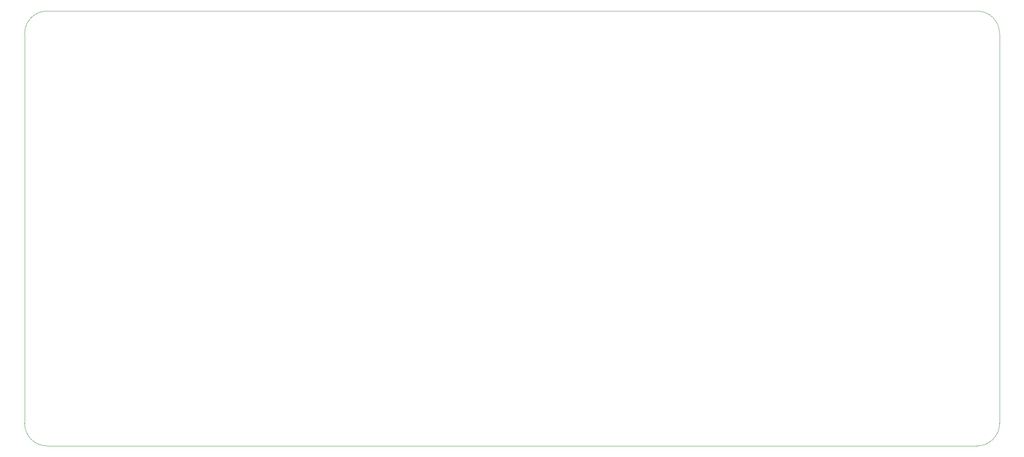
<source format=gbr>
%TF.GenerationSoftware,KiCad,Pcbnew,7.0.8*%
%TF.CreationDate,2024-02-07T19:13:26+01:00*%
%TF.ProjectId,overcycler3,6f766572-6379-4636-9c65-72332e6b6963,2*%
%TF.SameCoordinates,Original*%
%TF.FileFunction,Profile,NP*%
%FSLAX46Y46*%
G04 Gerber Fmt 4.6, Leading zero omitted, Abs format (unit mm)*
G04 Created by KiCad (PCBNEW 7.0.8) date 2024-02-07 19:13:26*
%MOMM*%
%LPD*%
G01*
G04 APERTURE LIST*
%TA.AperFunction,Profile*%
%ADD10C,0.100000*%
%TD*%
G04 APERTURE END LIST*
D10*
X44142500Y-58317500D02*
X44142500Y-145317500D01*
X261142500Y-58317500D02*
G75*
G03*
X256142500Y-53317500I-5000000J0D01*
G01*
X256142500Y-150317500D02*
G75*
G03*
X261142500Y-145317500I0J5000000D01*
G01*
X44142500Y-145317500D02*
G75*
G03*
X49142500Y-150317500I5000000J0D01*
G01*
X49142500Y-53317500D02*
G75*
G03*
X44142500Y-58317500I0J-5000000D01*
G01*
X256142500Y-53317500D02*
X49142500Y-53317500D01*
X261142500Y-145317500D02*
X261142500Y-58317500D01*
X256142500Y-150317500D02*
X49142500Y-150317500D01*
M02*

</source>
